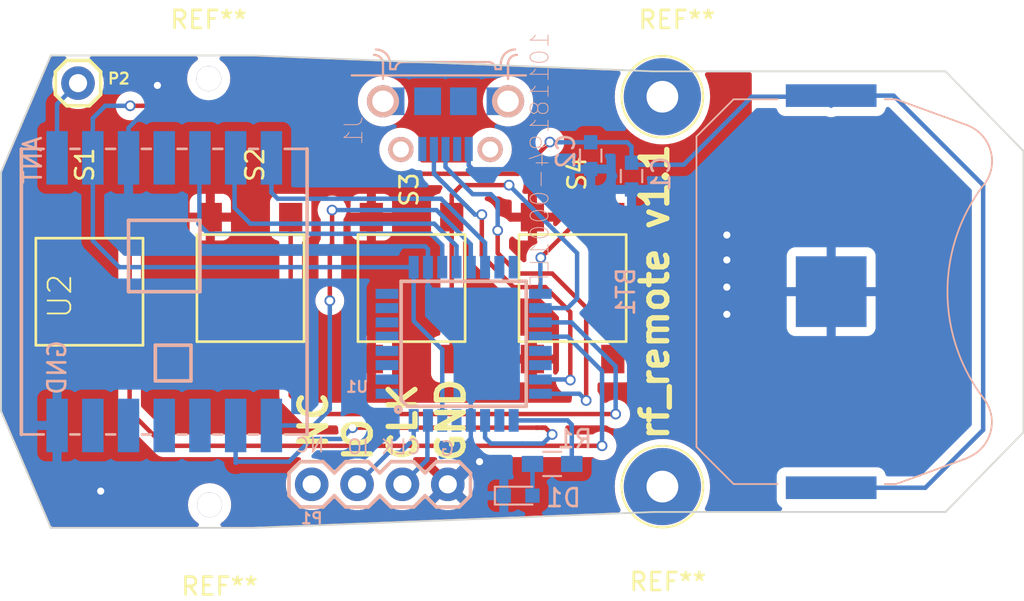
<source format=kicad_pcb>
(kicad_pcb (version 20221018) (generator pcbnew)
  (layers (0 "F.Cu" signal) (31 "B.Cu" signal) (34 "B.Paste" user) (35 "F.Paste" user) (36 "B.SilkS" user "B.Silkscreen") (37 "F.SilkS" user "F.Silkscreen") (38 "B.Mask" user) (39 "F.Mask" user) (44 "Edge.Cuts" user))
  (net 0 "")
  (net 1 "GND")
  (net 2 "+3V3")
  (net 3 "Net-(D1-Pad2)")
  (net 4 "ANTENNA")
  (net 5 "SIMPLE_LED")
  (net 6 "SW1")
  (net 7 "SW2")
  (net 8 "SW3")
  (net 9 "SW4")
  (net 10 "Net-(U1-Pad6)")
  (net 11 "Net-(U1-Pad8)")
  (net 12 "RADIO_MOSI")
  (net 13 "RADIO_SCK")
  (net 14 "RADIO_MISO")
  (net 15 "RADIO_NSS")
  (net 16 "Net-(U1-Pad26)")
  (net 17 "RADIO_DIO0")
  (net 18 "Net-(U1-Pad29)")
  (net 19 "ARM_SWCLK")
  (net 20 "ARM_SWDIO")
  (net 21 "Net-(U2-Pad4)")
  (net 22 "Net-(U2-Pad10)")
  (net 23 "Net-(U2-Pad11)")
  (net 24 "Net-(U2-Pad12)")
  (net 25 "Net-(U2-Pad13)")
  (net 26 "Net-(U1-Pad2)")
  (net 27 "Net-(U1-Pad4)")
  (net 28 "Net-(U1-Pad1)")
  (net 29 "Net-(U1-Pad3)")
  (net 30 "Net-(U1-Pad5)")
  (net 31 "Net-(U1-Pad7)")
  (net 32 "Net-(J1-Pad1)")
  (net 33 "USB_D-")
  (net 34 "USB_D+")
  (net 35 "Net-(J1-Pad4)")
  (net 36 "Net-(P1-Pad1)")
  (net 37 "Net-(U1-Pad15)")
  (net 38 "Net-(U1-Pad16)")
  (net 39 "Net-(U1-Pad21)")
  (net 40 "Net-(U1-Pad22)")
  (footprint "SF_Connectors:1X01" (layer "F.Cu") (at 80.518 64.516)
    (fp_text reference "P2" (at 2.286 -0.254) (layer "F.SilkS") (effects (font (size 0.6096 0.6096) (thickness 0.127))))
    (fp_text value "CONN_01X01" hide)
    (fp_line (start -1.27 -0.635) (end -1.27 0.635) (stroke (width 0.2032)) (layer "F.SilkS"))
    (fp_line (start -1.27 0.635) (end -0.635 1.27) (stroke (width 0.2032)) (layer "F.SilkS"))
    (fp_line (start -0.635 -1.27) (end -1.27 -0.635) (stroke (width 0.2032)) (layer "F.SilkS"))
    (fp_line (start -0.635 1.27) (end 0.635 1.27) (stroke (width 0.2032)) (layer "F.SilkS"))
    (fp_line (start 0.635 -1.27) (end -0.635 -1.27) (stroke (width 0.2032)) (layer "F.SilkS"))
    (fp_line (start 0.635 1.27) (end 1.27 0.635) (stroke (width 0.2032)) (layer "F.SilkS"))
    (fp_line (start 1.27 -0.635) (end 0.635 -1.27) (stroke (width 0.2032)) (layer "F.SilkS"))
    (fp_line (start 1.27 0.635) (end 1.27 -0.635) (stroke (width 0.2032)) (layer "F.SilkS"))
    (pad "1" thru_hole circle (at 0 0) (size 1.8796 1.8796) (drill 1.016) (layers "*.Cu" "*.Mask") (net 4 "ANTENNA"))
  )
  (footprint "Connectors:1pin" (layer "F.Cu") (at 113.2332 87.122)
    (fp_text reference "REF**" (at 0.3048 5.334) (layer "F.SilkS"))
    (fp_text value "1pin")
    (fp_circle (center 0 0) (end 0 -2.286) (stroke (width 0.12)) (fill none) (layer "F.SilkS"))
    (pad "1" thru_hole circle (at 0 0) (size 4.318 4.318) (drill 1.778) (layers "*.Cu" "*.Mask"))
  )
  (footprint "Connectors:1pin" (layer "F.Cu") (at 113.2332 65.278)
    (fp_text reference "REF**" (at 0.8128 -4.318) (layer "F.SilkS"))
    (fp_text value "1pin")
    (fp_circle (center 0 0) (end 0 -2.286) (stroke (width 0.12)) (fill none) (layer "F.SilkS"))
    (pad "1" thru_hole circle (at 0 0) (size 4.318 4.318) (drill 1.778) (layers "*.Cu" "*.Mask"))
  )
  (footprint "homebrew:1pin" (layer "F.Cu") (at 87.884 88.138)
    (fp_text reference "REF**" (at 0.5588 4.572) (layer "F.SilkS"))
    (fp_text value "1pin")
    (pad "1" thru_hole circle (at 0 0) (size 1.397 1.397) (drill 1.397) (layers "*.Cu" "*.Mask"))
  )
  (footprint "homebrew:1pin" (layer "F.Cu") (at 87.8332 64.008)
    (fp_text reference "REF**" (at 0 -3.048) (layer "F.SilkS"))
    (fp_text value "1pin")
    (pad "1" thru_hole circle (at 0 0.254) (size 1.397 1.397) (drill 1.397) (layers "*.Cu" "*.Mask"))
  )
  (footprint "homebrew_button:6x6x4.3mm button" (layer "F.Cu") (at 81.156 76.203 90)
    (fp_text reference "S1" (at 7.115 -0.257 90) (layer "F.SilkS"))
    (fp_text value "MOMENTARY-SWITCH-6x6x4.5mm" hide)
    (fp_line (start -3 -3) (end -3 3) (stroke (width 0.15)) (layer "F.SilkS"))
    (fp_line (start -3 3) (end 3 3) (stroke (width 0.15)) (layer "F.SilkS"))
    (fp_line (start 3 -3) (end -3 -3) (stroke (width 0.15)) (layer "F.SilkS"))
    (fp_line (start 3 3) (end 3 -3) (stroke (width 0.15)) (layer "F.SilkS"))
    (pad "1" smd rect (at -3.975 -2.25 90) (size 1.6 1.3) (layers "F.Cu" "F.Paste" "F.Mask") (net 1 "GND"))
    (pad "2" smd rect (at 3.975 -2.25 90) (size 1.6 1.3) (layers "F.Cu" "F.Paste" "F.Mask") (net 1 "GND"))
    (pad "3" smd rect (at -3.975 2.25 90) (size 1.6 1.3) (layers "F.Cu" "F.Paste" "F.Mask") (net 6 "SW1"))
    (pad "4" smd rect (at 3.975 2.25 90) (size 1.6 1.3) (layers "F.Cu" "F.Paste" "F.Mask") (net 6 "SW1"))
  )
  (footprint "homebrew_button:6x6x4.3mm button" (layer "F.Cu") (at 90.173 76 90)
    (fp_text reference "S2" (at 6.912 0.251 90) (layer "F.SilkS"))
    (fp_text value "MOMENTARY-SWITCH-6x6x4.5mm" hide)
    (fp_line (start -3 -3) (end -3 3) (stroke (width 0.15)) (layer "F.SilkS"))
    (fp_line (start -3 3) (end 3 3) (stroke (width 0.15)) (layer "F.SilkS"))
    (fp_line (start 3 -3) (end -3 -3) (stroke (width 0.15)) (layer "F.SilkS"))
    (fp_line (start 3 3) (end 3 -3) (stroke (width 0.15)) (layer "F.SilkS"))
    (pad "1" smd rect (at -3.975 -2.25 90) (size 1.6 1.3) (layers "F.Cu" "F.Paste" "F.Mask") (net 1 "GND"))
    (pad "2" smd rect (at 3.975 -2.25 90) (size 1.6 1.3) (layers "F.Cu" "F.Paste" "F.Mask") (net 1 "GND"))
    (pad "3" smd rect (at -3.975 2.25 90) (size 1.6 1.3) (layers "F.Cu" "F.Paste" "F.Mask") (net 7 "SW2"))
    (pad "4" smd rect (at 3.975 2.25 90) (size 1.6 1.3) (layers "F.Cu" "F.Paste" "F.Mask") (net 7 "SW2"))
  )
  (footprint "homebrew_button:6x6x4.3mm button" (layer "F.Cu") (at 99.19 76 90)
    (fp_text reference "S3" (at 5.515 -0.13 90) (layer "F.SilkS"))
    (fp_text value "MOMENTARY-SWITCH-6x6x4.5mm" hide)
    (fp_line (start -3 -3) (end -3 3) (stroke (width 0.15)) (layer "F.SilkS"))
    (fp_line (start -3 3) (end 3 3) (stroke (width 0.15)) (layer "F.SilkS"))
    (fp_line (start 3 -3) (end -3 -3) (stroke (width 0.15)) (layer "F.SilkS"))
    (fp_line (start 3 3) (end 3 -3) (stroke (width 0.15)) (layer "F.SilkS"))
    (pad "1" smd rect (at -3.975 -2.25 90) (size 1.6 1.3) (layers "F.Cu" "F.Paste" "F.Mask") (net 1 "GND"))
    (pad "2" smd rect (at 3.975 -2.25 90) (size 1.6 1.3) (layers "F.Cu" "F.Paste" "F.Mask") (net 1 "GND"))
    (pad "3" smd rect (at -3.975 2.25 90) (size 1.6 1.3) (layers "F.Cu" "F.Paste" "F.Mask") (net 8 "SW3"))
    (pad "4" smd rect (at 3.975 2.25 90) (size 1.6 1.3) (layers "F.Cu" "F.Paste" "F.Mask") (net 8 "SW3"))
  )
  (footprint "homebrew_button:6x6x4.3mm button" (layer "F.Cu") (at 108.207 76 90)
    (fp_text reference "S4" (at 6.404 0.251 90) (layer "F.SilkS"))
    (fp_text value "MOMENTARY-SWITCH-6x6x4.5mm" hide)
    (fp_line (start -3 -3) (end -3 3) (stroke (width 0.15)) (layer "F.SilkS"))
    (fp_line (start -3 3) (end 3 3) (stroke (width 0.15)) (layer "F.SilkS"))
    (fp_line (start 3 -3) (end -3 -3) (stroke (width 0.15)) (layer "F.SilkS"))
    (fp_line (start 3 3) (end 3 -3) (stroke (width 0.15)) (layer "F.SilkS"))
    (pad "1" smd rect (at -3.975 -2.25 90) (size 1.6 1.3) (layers "F.Cu" "F.Paste" "F.Mask") (net 1 "GND"))
    (pad "2" smd rect (at 3.975 -2.25 90) (size 1.6 1.3) (layers "F.Cu" "F.Paste" "F.Mask") (net 1 "GND"))
    (pad "3" smd rect (at -3.975 2.25 90) (size 1.6 1.3) (layers "F.Cu" "F.Paste" "F.Mask") (net 9 "SW4"))
    (pad "4" smd rect (at 3.975 2.25 90) (size 1.6 1.3) (layers "F.Cu" "F.Paste" "F.Mask") (net 9 "SW4"))
  )
  (footprint "Battery_Holders:Keystone_3034_1x20mm-CoinCell" (layer "B.Cu") (at 122.682 76.2 -90)
    (fp_text reference "BT1" (at 0 11.5 270) (layer "B.SilkS") (effects (justify mirror)))
    (fp_text value "3V battery" hide)
    (fp_line (start -10.78 -3.63) (end -9.34 -7.58) (stroke (width 0.1)) (layer "B.SilkS"))
    (fp_line (start -10.78 -3) (end -10.78 -3.63) (stroke (width 0.1)) (layer "B.SilkS"))
    (fp_line (start -10.78 5.46) (end -10.78 3) (stroke (width 0.1)) (layer "B.SilkS"))
    (fp_line (start -8.7 7.54) (end -10.78 5.46) (stroke (width 0.1)) (layer "B.SilkS"))
    (fp_line (start 8.7 7.54) (end -8.7 7.54) (stroke (width 0.1)) (layer "B.SilkS"))
    (fp_line (start 8.7 7.54) (end 10.78 5.46) (stroke (width 0.1)) (layer "B.SilkS"))
    (fp_line (start 10.78 -3.63) (end 9.34 -7.58) (stroke (width 0.1)) (layer "B.SilkS"))
    (fp_line (start 10.78 -3) (end 10.78 -3.63) (stroke (width 0.1)) (layer "B.SilkS"))
    (fp_line (start 10.78 5.46) (end 10.78 3) (stroke (width 0.1)) (layer "B.SilkS"))
    (fp_arc (start -9.34 -7.58) (mid -7.921654 -8.918739) (end -6.003354 -8.56653) (stroke (width 0.1)) (layer "B.SilkS"))
    (fp_arc (start 6 -8.55) (mid -0.002901 -6.511341) (end -6.0046 -8.553536) (stroke (width 0.1)) (layer "B.SilkS"))
    (fp_arc (start 6 -8.55) (mid 7.90634 -8.911669) (end 9.325243 -7.588169) (stroke (width 0.1)) (layer "B.SilkS"))
    (pad "1" smd rect (at -10.985 0 270) (size 1.27 5.08) (layers "B.Cu" "B.Paste" "B.Mask") (net 2 "+3V3"))
    (pad "1" smd rect (at 10.985 0 270) (size 1.27 5.08) (layers "B.Cu" "B.Paste" "B.Mask") (net 2 "+3V3"))
    (pad "2" smd rect (at 0 0 270) (size 3.96 3.96) (layers "B.Cu" "B.Paste" "B.Mask") (net 1 "GND"))
  )
  (footprint "LEDs:LED_0603" (layer "B.Cu") (at 105.156 87.63)
    (fp_text reference "D1" (at 2.54 0.127) (layer "B.SilkS") (effects (justify mirror)))
    (fp_text value "LED")
    (fp_line (start -1.3 -0.5) (end 0.8 -0.5) (stroke (width 0.12)) (layer "B.SilkS"))
    (fp_line (start -1.3 0.5) (end -1.3 -0.5) (stroke (width 0.12)) (layer "B.SilkS"))
    (fp_line (start -1.3 0.5) (end 0.8 0.5) (stroke (width 0.12)) (layer "B.SilkS"))
    (pad "1" smd rect (at -0.8 0 180) (size 0.8 0.8) (layers "B.Cu" "B.Paste" "B.Mask") (net 1 "GND"))
    (pad "2" smd rect (at 0.8 0 180) (size 0.8 0.8) (layers "B.Cu" "B.Paste" "B.Mask") (net 3 "Net-(D1-Pad2)"))
  )
  (footprint "SF_Connectors:1X04" (layer "B.Cu") (at 93.599 86.995)
    (fp_text reference "P1" (at 0 1.905) (layer "B.SilkS") (effects (font (size 0.6096 0.6096) (thickness 0.127)) (justify mirror)))
    (fp_text value "CONN_01X04" hide)
    (fp_line (start -1.27 -0.635) (end -0.635 -1.27) (stroke (width 0.2032)) (layer "B.SilkS"))
    (fp_line (start -1.27 0.635) (end -1.27 -0.635) (stroke (width 0.2032)) (layer "B.SilkS"))
    (fp_line (start -0.635 1.27) (end -1.27 0.635) (stroke (width 0.2032)) (layer "B.SilkS"))
    (fp_line (start -0.635 1.27) (end 0.635 1.27) (stroke (width 0.2032)) (layer "B.SilkS"))
    (fp_line (start 0.635 -1.27) (end -0.635 -1.27) (stroke (width 0.2032)) (layer "B.SilkS"))
    (fp_line (start 0.635 1.27) (end 1.27 0.635) (stroke (width 0.2032)) (layer "B.SilkS"))
    (fp_line (start 1.27 -0.635) (end 0.635 -1.27) (stroke (width 0.2032)) (layer "B.SilkS"))
    (fp_line (start 1.27 0.635) (end 1.905 1.27) (stroke (width 0.2032)) (layer "B.SilkS"))
    (fp_line (start 1.905 -1.27) (end 1.27 -0.635) (stroke (width 0.2032)) (layer "B.SilkS"))
    (fp_line (start 1.905 1.27) (end 3.175 1.27) (stroke (width 0.2032)) (layer "B.SilkS"))
    (fp_line (start 3.175 -1.27) (end 1.905 -1.27) (stroke (width 0.2032)) (layer "B.SilkS"))
    (fp_line (start 3.175 1.27) (end 3.81 0.635) (stroke (width 0.2032)) (layer "B.SilkS"))
    (fp_line (start 3.81 -0.635) (end 3.175 -1.27) (stroke (width 0.2032)) (layer "B.SilkS"))
    (fp_line (start 3.81 0.635) (end 4.445 1.27) (stroke (width 0.2032)) (layer "B.SilkS"))
    (fp_line (start 4.445 -1.27) (end 3.81 -0.635) (stroke (width 0.2032)) (layer "B.SilkS"))
    (fp_line (start 4.445 1.27) (end 5.715 1.27) (stroke (width 0.2032)) (layer "B.SilkS"))
    (fp_line (start 5.715 -1.27) (end 4.445 -1.27) (stroke (width 0.2032)) (layer "B.SilkS"))
    (fp_line (start 5.715 1.27) (end 6.35 0.635) (stroke (width 0.2032)) (layer "B.SilkS"))
    (fp_line (start 6.35 -0.635) (end 5.715 -1.27) (stroke (width 0.2032)) (layer "B.SilkS"))
    (fp_line (start 6.35 -0.635) (end 6.985 -1.27) (stroke (width 0.2032)) (layer "B.SilkS"))
    (fp_line (start 6.985 1.27) (end 6.35 0.635) (stroke (width 0.2032)) (layer "B.SilkS"))
    (fp_line (start 6.985 1.27) (end 8.255 1.27) (stroke (width 0.2032)) (layer "B.SilkS"))
    (fp_line (start 8.255 -1.27) (end 6.985 -1.27) (stroke (width 0.2032)) (layer "B.SilkS"))
    (fp_line (start 8.255 1.27) (end 8.89 0.635) (stroke (width 0.2032)) (layer "B.SilkS"))
    (fp_line (start 8.89 -0.635) (end 8.255 -1.27) (stroke (width 0.2032)) (layer "B.SilkS"))
    (fp_line (start 8.89 0.635) (end 8.89 -0.635) (stroke (width 0.2032)) (layer "B.SilkS"))
    (pad "1" thru_hole circle (at 0 0) (size 1.8796 1.8796) (drill 1.016) (layers "*.Cu" "*.Mask") (net 36 "Net-(P1-Pad1)"))
    (pad "2" thru_hole circle (at 2.54 0) (size 1.8796 1.8796) (drill 1.016) (layers "*.Cu" "*.Mask") (net 20 "ARM_SWDIO"))
    (pad "3" thru_hole circle (at 5.08 0) (size 1.8796 1.8796) (drill 1.016) (layers "*.Cu" "*.Mask") (net 19 "ARM_SWCLK"))
    (pad "4" thru_hole circle (at 7.62 0) (size 1.8796 1.8796) (drill 1.016) (layers "*.Cu" "*.Mask") (net 1 "GND"))
  )
  (footprint "Resistors_SMD:R_0603_HandSoldering" (layer "B.Cu") (at 107.061 85.852)
    (fp_text reference "R1" (at 1.27 -1.397) (layer "B.SilkS") (effects (justify mirror)))
    (fp_text value "1k")
    (fp_line (start -0.5 0.68) (end 0.5 0.68) (stroke (width 0.12)) (layer "B.SilkS"))
    (fp_line (start 0.5 -0.68) (end -0.5 -0.68) (stroke (width 0.12)) (layer "B.SilkS"))
    (pad "1" smd rect (at -1.1 0) (size 1.2 0.9) (layers "B.Cu" "B.Paste" "B.Mask") (net 3 "Net-(D1-Pad2)"))
    (pad "2" smd rect (at 1.1 0) (size 1.2 0.9) (layers "B.Cu" "B.Paste" "B.Mask") (net 5 "SIMPLE_LED"))
  )
  (footprint "SF_Silicon-Standard:TQFP32-08" (layer "B.Cu") (at 102.108 79.121)
    (fp_text reference "U1" (at -5.969 2.413) (layer "B.SilkS") (effects (font (size 0.6096 0.6096) (thickness 0.127)) (justify mirror)))
    (fp_text value "SAMD21E18" hide)
    (fp_line (start -3.50266 -3.50266) (end -3.50266 3.1496) (stroke (width 0.2032)) (layer "B.SilkS"))
    (fp_line (start -3.1496 3.50266) (end -3.50266 3.1496) (stroke (width 0.2032)) (layer "B.SilkS"))
    (fp_line (start -3.1496 3.50266) (end 3.50266 3.50266) (stroke (width 0.2032)) (layer "B.SilkS"))
    (fp_line (start 3.50266 -3.50266) (end -3.50266 -3.50266) (stroke (width 0.2032)) (layer "B.SilkS"))
    (fp_line (start 3.50266 3.50266) (end 3.50266 -3.50266) (stroke (width 0.2032)) (layer "B.SilkS"))
    (fp_circle (center -3.6576 3.683) (end -3.6576 3.8354) (stroke (width 0.2032)) (fill none) (layer "B.SilkS"))
    (pad "1" smd rect (at -4.2926 2.79908) (size 1.27 0.5588) (layers "B.Cu" "B.Paste" "B.Mask") (net 28 "Net-(U1-Pad1)"))
    (pad "2" smd rect (at -4.2926 1.99898) (size 1.27 0.5588) (layers "B.Cu" "B.Paste" "B.Mask") (net 26 "Net-(U1-Pad2)"))
    (pad "3" smd rect (at -4.2926 1.19888) (size 1.27 0.5588) (layers "B.Cu" "B.Paste" "B.Mask") (net 29 "Net-(U1-Pad3)"))
    (pad "4" smd rect (at -4.2926 0.39878) (size 1.27 0.5588) (layers "B.Cu" "B.Paste" "B.Mask") (net 27 "Net-(U1-Pad4)"))
    (pad "5" smd rect (at -4.2926 -0.39878) (size 1.27 0.5588) (layers "B.Cu" "B.Paste" "B.Mask") (net 30 "Net-(U1-Pad5)"))
    (pad "6" smd rect (at -4.2926 -1.19888) (size 1.27 0.5588) (layers "B.Cu" "B.Paste" "B.Mask") (net 10 "Net-(U1-Pad6)"))
    (pad "7" smd rect (at -4.2926 -1.99898) (size 1.27 0.5588) (layers "B.Cu" "B.Paste" "B.Mask") (net 31 "Net-(U1-Pad7)"))
    (pad "8" smd rect (at -4.2926 -2.79908) (size 1.27 0.5588) (layers "B.Cu" "B.Paste" "B.Mask") (net 11 "Net-(U1-Pad8)"))
    (pad "9" smd rect (at -2.79908 -4.2926) (size 0.5588 1.27) (layers "B.Cu" "B.Paste" "B.Mask") (net 2 "+3V3"))
    (pad "10" smd rect (at -1.99898 -4.2926) (size 0.5588 1.27) (layers "B.Cu" "B.Paste" "B.Mask") (net 1 "GND"))
    (pad "11" smd rect (at -1.19888 -4.2926) (size 0.5588 1.27) (layers "B.Cu" "B.Paste" "B.Mask") (net 12 "RADIO_MOSI"))
    (pad "12" smd rect (at -0.39878 -4.2926) (size 0.5588 1.27) (layers "B.Cu" "B.Paste" "B.Mask") (net 13 "RADIO_SCK"))
    (pad "13" smd rect (at 0.39878 -4.2926) (size 0.5588 1.27) (layers "B.Cu" "B.Paste" "B.Mask") (net 14 "RADIO_MISO"))
    (pad "14" smd rect (at 1.19888 -4.2926) (size 0.5588 1.27) (layers "B.Cu" "B.Paste" "B.Mask") (net 15 "RADIO_NSS"))
    (pad "15" smd rect (at 1.99898 -4.2926) (size 0.5588 1.27) (layers "B.Cu" "B.Paste" "B.Mask") (net 37 "Net-(U1-Pad15)"))
    (pad "16" smd rect (at 2.79908 -4.2926) (size 0.5588 1.27) (layers "B.Cu" "B.Paste" "B.Mask") (net 38 "Net-(U1-Pad16)"))
    (pad "17" smd rect (at 4.2926 -2.79908) (size 1.27 0.5588) (layers "B.Cu" "B.Paste" "B.Mask") (net 9 "SW4"))
    (pad "18" smd rect (at 4.2926 -1.99898) (size 1.27 0.5588) (layers "B.Cu" "B.Paste" "B.Mask") (net 8 "SW3"))
    (pad "19" smd rect (at 4.2926 -1.19888) (size 1.27 0.5588) (layers "B.Cu" "B.Paste" "B.Mask") (net 7 "SW2"))
    (pad "20" smd rect (at 4.2926 -0.39878) (size 1.27 0.5588) (layers "B.Cu" "B.Paste" "B.Mask") (net 6 "SW1"))
    (pad "21" smd rect (at 4.2926 0.39878) (size 1.27 0.5588) (layers "B.Cu" "B.Paste" "B.Mask") (net 39 "Net-(U1-Pad21)"))
    (pad "22" smd rect (at 4.2926 1.19888) (size 1.27 0.5588) (layers "B.Cu" "B.Paste" "B.Mask") (net 40 "Net-(U1-Pad22)"))
    (pad "23" smd rect (at 4.2926 1.99898) (size 1.27 0.5588) (layers "B.Cu" "B.Paste" "B.Mask") (net 33 "USB_D-"))
    (pad "24" smd rect (at 4.2926 2.79908) (size 1.27 0.5588) (layers "B.Cu" "B.Paste" "B.Mask") (net 34 "USB_D+"))
    (pad "25" smd rect (at 2.79908 4.2926) (size 0.5588 1.27) (layers "B.Cu" "B.Paste" "B.Mask") (net 5 "SIMPLE_LED"))
    (pad "26" smd rect (at 1.99898 4.2926) (size 0.5588 1.27) (layers "B.Cu" "B.Paste" "B.Mask") (net 16 "Net-(U1-Pad26)"))
    (pad "27" smd rect (at 1.19888 4.2926) (size 0.5588 1.27) (layers "B.Cu" "B.Paste" "B.Mask") (net 17 "RADIO_DIO0"))
    (pad "28" smd rect (at 0.39878 4.2926) (size 0.5588 1.27) (layers "B.Cu" "B.Paste" "B.Mask") (net 1 "GND"))
    (pad "29" smd rect (at -0.39878 4.2926) (size 0.5588 1.27) (layers "B.Cu" "B.Paste" "B.Mask") (net 18 "Net-(U1-Pad29)"))
    (pad "30" smd rect (at -1.19888 4.2926) (size 0.5588 1.27) (layers "B.Cu" "B.Paste" "B.Mask") (net 2 "+3V3"))
    (pad "31" smd rect (at -1.99898 4.2926) (size 0.5588 1.27) (layers "B.Cu" "B.Paste" "B.Mask") (net 19 "ARM_SWCLK"))
    (pad "32" smd rect (at -2.79908 4.2926) (size 0.5588 1.27) (layers "B.Cu" "B.Paste" "B.Mask") (net 20 "ARM_SWDIO"))
  )
  (footprint "homebrew:RFM69CW-XXXS2_" (layer "B.Cu") (at 85.344 76.2 -90)
    (fp_text reference "U2" (at 0.254 5.842 270) (layer "F.SilkS") (effects (font (size 1.27 1.27) (thickness 0.1016))))
    (fp_text value "RFM69CW-915MHZ" hide)
    (fp_text user "GND" (at 4.25 6 270) (layer "B.SilkS") (effects (justify mirror)))
    (fp_text user "ANT" (at -7.366 7.366 270) (layer "B.SilkS") (effects (justify mirror)))
    (fp_line (start -8 -8) (end -8 -6.75) (stroke (width 0.15)) (layer "B.SilkS"))
    (fp_line (start -8 -5.25) (end -8 -4.75) (stroke (width 0.15)) (layer "B.SilkS"))
    (fp_line (start -8 -3.25) (end -8 -2.75) (stroke (width 0.15)) (layer "B.SilkS"))
    (fp_line (start -8 -1.25) (end -8 -0.75) (stroke (width 0.15)) (layer "B.SilkS"))
    (fp_line (start -8 0.75) (end -8 1.25) (stroke (width 0.15)) (layer "B.SilkS"))
    (fp_line (start -8 2.75) (end -8 3.25) (stroke (width 0.15)) (layer "B.SilkS"))
    (fp_line (start -8 4.75) (end -8 5.25) (stroke (width 0.15)) (layer "B.SilkS"))
    (fp_line (start -8 6.75) (end -8 8) (stroke (width 0.15)) (layer "B.SilkS"))
    (fp_line (start -7.99846 7.99846) (end 7.99846 7.99846) (stroke (width 0.2032)) (layer "B.SilkS"))
    (fp_line (start -3.99796 -1.99898) (end 0 -1.99898) (stroke (width 0.2032)) (layer "B.SilkS"))
    (fp_line (start -3.99796 1.99898) (end -3.99796 -1.99898) (stroke (width 0.2032)) (layer "B.SilkS"))
    (fp_line (start 0 -1.99898) (end 0 1.99898) (stroke (width 0.2032)) (layer "B.SilkS"))
    (fp_line (start 0 1.99898) (end -3.99796 1.99898) (stroke (width 0.2032)) (layer "B.SilkS"))
    (fp_line (start 2.99898 -1.49784) (end 2.99898 0.4986) (stroke (width 0.2032)) (layer "B.SilkS"))
    (fp_line (start 4.99796 -1.49784) (end 2.99898 -1.49784) (stroke (width 0.2032)) (layer "B.SilkS"))
    (fp_line (start 4.99796 -1.49784) (end 4.99796 0.4986) (stroke (width 0.2032)) (layer "B.SilkS"))
    (fp_line (start 4.99796 0.4986) (end 2.99898 0.4986) (stroke (width 0.2032)) (layer "B.SilkS"))
    (fp_line (start 7.99846 -7.99846) (end -7.99846 -7.99846) (stroke (width 0.2032)) (layer "B.SilkS"))
    (fp_line (start 8 -6.75) (end 8 -8) (stroke (width 0.15)) (layer "B.SilkS"))
    (fp_line (start 8 -4.75) (end 8 -5.25) (stroke (width 0.15)) (layer "B.SilkS"))
    (fp_line (start 8 -2.75) (end 8 -3.25) (stroke (width 0.15)) (layer "B.SilkS"))
    (fp_line (start 8 -0.75) (end 8 -1.25) (stroke (width 0.15)) (layer "B.SilkS"))
    (fp_line (start 8 1.25) (end 8 0.75) (stroke (width 0.15)) (layer "B.SilkS"))
    (fp_line (start 8 3.25) (end 8 2.75) (stroke (width 0.15)) (layer "B.SilkS"))
    (fp_line (start 8 5.25) (end 8 4.75) (stroke (width 0.15)) (layer "B.SilkS"))
    (fp_line (start 8 8) (end 8 6.75) (stroke (width 0.15)) (layer "B.SilkS"))
    (pad "1" smd rect (at -7.49808 5.99948 270) (size 2.99974 1.19888) (layers "B.Cu" "B.Paste" "B.Mask") (net 4 "ANTENNA"))
    (pad "2" smd rect (at -7.49808 3.99796 270) (size 2.99974 1.19888) (layers "B.Cu" "B.Paste" "B.Mask") (net 2 "+3V3"))
    (pad "3" smd rect (at -7.49808 1.99898 270) (size 2.99974 1.19888) (layers "B.Cu" "B.Paste" "B.Mask") (net 1 "GND"))
    (pad "4" smd rect (at -7.49808 0 270) (size 2.99974 1.19888) (layers "B.Cu" "B.Paste" "B.Mask") (net 21 "Net-(U2-Pad4)"))
    (pad "5" smd rect (at -7.49808 -1.99898 270) (size 2.99974 1.19888) (layers "B.Cu" "B.Paste" "B.Mask") (net 12 "RADIO_MOSI"))
    (pad "6" smd rect (at -7.49808 -3.99796 270) (size 2.99974 1.19888) (layers "B.Cu" "B.Paste" "B.Mask") (net 13 "RADIO_SCK"))
    (pad "7" smd rect (at -7.49808 -5.99948 270) (size 2.99974 1.19888) (layers "B.Cu" "B.Paste" "B.Mask") (net 15 "RADIO_NSS"))
    (pad "8" smd rect (at 7.49808 -5.99948 270) (size 2.99974 1.19888) (layers "B.Cu" "B.Paste" "B.Mask") (net 14 "RADIO_MISO"))
    (pad "9" smd rect (at 7.49808 -3.99796 270) (size 2.99974 1.19888) (layers "B.Cu" "B.Paste" "B.Mask") (net 17 "RADIO_DIO0"))
    (pad "10" smd rect (at 7.49808 -1.99898 270) (size 2.99974 1.19888) (layers "B.Cu" "B.Paste" "B.Mask") (net 22 "Net-(U2-Pad10)"))
    (pad "11" smd rect (at 7.49808 0 270) (size 2.99974 1.19888) (layers "B.Cu" "B.Paste" "B.Mask") (net 23 "Net-(U2-Pad11)"))
    (pad "12" smd rect (at 7.49808 1.99898 270) (size 2.99974 1.19888) (layers "B.Cu" "B.Paste" "B.Mask") (net 24 "Net-(U2-Pad12)"))
    (pad "13" smd rect (at 7.49808 3.99796 270) (size 2.99974 1.19888) (layers "B.Cu" "B.Paste" "B.Mask") (net 25 "Net-(U2-Pad13)"))
    (pad "14" smd rect (at 7.49808 5.99948 270) (size 2.99974 1.19888) (layers "B.Cu" "B.Paste" "B.Mask") (net 1 "GND"))
  )
  (footprint "Capacitors_SMD:C_0603" (layer "B.Cu") (at 111.506 69.723 -90)
    (fp_text reference "C1" (at -0.127 -1.651 270) (layer "B.SilkS") (effects (justify mirror)))
    (fp_text value "1.0UF-0603-16V-10%" hide)
    (fp_line (start -0.35 0.6) (end 0.35 0.6) (stroke (width 0.12)) (layer "B.SilkS"))
    (fp_line (start 0.35 -0.6) (end -0.35 -0.6) (stroke (width 0.12)) (layer "B.SilkS"))
    (pad "1" smd rect (at -0.75 0 270) (size 0.8 0.75) (layers "B.Cu" "B.Paste" "B.Mask") (net 2 "+3V3"))
    (pad "2" smd rect (at 0.75 0 270) (size 0.8 0.75) (layers "B.Cu" "B.Paste" "B.Mask") (net 1 "GND"))
  )
  (footprint "Capacitors_SMD:C_0603" (layer "B.Cu") (at 109.22 68.58 -90)
    (fp_text reference "C2" (at -0.254 1.397 270) (layer "B.SilkS") (effects (justify mirror)))
    (fp_text value "10UF-0603-6.3V-20%" hide)
    (fp_line (start -0.35 0.6) (end 0.35 0.6) (stroke (width 0.12)) (layer "B.SilkS"))
    (fp_line (start 0.35 -0.6) (end -0.35 -0.6) (stroke (width 0.12)) (layer "B.SilkS"))
    (pad "1" smd rect (at -0.75 0 270) (size 0.8 0.75) (layers "B.Cu" "B.Paste" "B.Mask") (net 2 "+3V3"))
    (pad "2" smd rect (at 0.75 0 270) (size 0.8 0.75) (layers "B.Cu" "B.Paste" "B.Mask") (net 1 "GND"))
  )
  (footprint "10118194-0001LF:FRAMATOME_10118194-0001LF" (layer "B.Cu") (at 101.092 65.532)
    (fp_text reference "J1" (at -5.1499 1.64476 270) (layer "B.SilkS") (effects (font (size 1.0029 1.0029) (thickness 0.05)) (justify mirror)))
    (fp_text value "10118194-0001LF" (at 5.27604 3.28186 270) (layer "B.SilkS") (effects (font (size 1.00209 1.00209) (thickness 0.05)) (justify mirror)))
    (fp_line (start -5.25 -1.45) (end 4.5 -1.45) (stroke (width 0.127)) (layer "B.SilkS"))
    (fp_line (start -3.5 -2.1) (end -3.5 -2.15) (stroke (width 0.127)) (layer "B.SilkS"))
    (fp_line (start -3.5 -1.25) (end -3.5 -2.1) (stroke (width 0.127)) (layer "B.SilkS"))
    (fp_line (start -3.1 -2.1) (end -3.1 -1.8) (stroke (width 0.127)) (layer "B.SilkS"))
    (fp_line (start -3.1 -1.8) (end -2.8 -1.8) (stroke (width 0.127)) (layer "B.SilkS"))
    (fp_line (start -2.4 -2.2) (end 2.3 -2.2) (stroke (width 0.127)) (layer "B.SilkS"))
    (fp_line (start 3.1 -2.1) (end 3.1 -1.8) (stroke (width 0.127)) (layer "B.SilkS"))
    (fp_line (start 3.1 -1.8) (end 2.8 -1.8) (stroke (width 0.127)) (layer "B.SilkS"))
    (fp_line (start 3.5 -2.1) (end 3.5 -2.15) (stroke (width 0.127)) (layer "B.SilkS"))
    (fp_line (start 3.5 -1.25) (end 3.5 -2.15) (stroke (width 0.127)) (layer "B.SilkS"))
    (fp_line (start 3.5 -1.25) (end 3.5 -2.1) (stroke (width 0.127)) (layer "B.SilkS"))
    (fp_arc (start -4 -2.6) (mid -3.646447 -2.453553) (end -3.5 -2.1) (stroke (width 0.127)) (layer "B.SilkS"))
    (fp_arc (start -3.9 -2.9) (mid -3.334315 -2.665685) (end -3.1 -2.1) (stroke (width 0.127)) (layer "B.SilkS"))
    (fp_arc (start -2.8 -1.8) (mid -2.682843 -2.082843) (end -2.4 -2.2) (stroke (width 0.127)) (layer "B.SilkS"))
    (fp_arc (start 2.4 -2.2) (mid 2.682843 -2.082843) (end 2.8 -1.8) (stroke (width 0.127)) (layer "B.SilkS"))
    (fp_arc (start 3.1 -2.1) (mid 3.334315 -2.665685) (end 3.9 -2.9) (stroke (width 0.127)) (layer "B.SilkS"))
    (fp_arc (start 3.5 -2.1) (mid 3.646447 -2.453553) (end 4 -2.6) (stroke (width 0.127)) (layer "B.SilkS"))
    (pad "1" smd rect (at -1.3 2.675 180) (size 0.45 1.35) (layers "B.Cu" "B.Paste" "B.Mask") (net 32 "Net-(J1-Pad1)"))
    (pad "2" smd rect (at -0.65 2.675 180) (size 0.45 1.35) (layers "B.Cu" "B.Paste" "B.Mask") (net 33 "USB_D-"))
    (pad "3" smd rect (at 0 2.675 180) (size 0.45 1.35) (layers "B.Cu" "B.Paste" "B.Mask") (net 34 "USB_D+"))
    (pad "4" smd rect (at 0.65 2.675 180) (size 0.45 1.35) (layers "B.Cu" "B.Paste" "B.Mask") (net 35 "Net-(J1-Pad4)"))
    (pad "5" smd rect (at 1.3 2.675 180) (size 0.45 1.35) (layers "B.Cu" "B.Paste" "B.Mask") (net 1 "GND"))
    (pad "P$6" thru_hole circle (at -2.5 2.7) (size 1.408 1.408) (drill 0.9) (layers "*.Cu" "*.Mask" "B.SilkS"))
    (pad "P$7" thru_hole circle (at 2.5 2.7) (size 1.408 1.408) (drill 0.9) (layers "*.Cu" "*.Mask" "B.SilkS"))
    (pad "P$8" thru_hole circle (at -3.5 0) (size 1.8 1.8) (drill 1.2) (layers "*.Cu" "*.Mask" "B.SilkS"))
    (pad "P$9" thru_hole circle (at 3.5 0) (size 1.8 1.8) (drill 1.2) (layers "*.Cu" "*.Mask" "B.SilkS"))
    (pad "P$10" smd rect (at -1 0) (size 1.5 1.55) (layers "B.Cu" "B.Paste" "B.Mask"))
    (pad "P$11" smd rect (at 1 0) (size 1.5 1.55) (layers "B.Cu" "B.Paste" "B.Mask"))
    (pad "P$12" smd rect (at -3.05 0) (size 1.5 1.55) (layers "B.Cu" "B.Paste" "B.Mask"))
    (pad "P$13" smd rect (at 3.05 0) (size 1.5 1.55) (layers "B.Cu" "B.Paste" "B.Mask"))
  )
  (gr_line (start 133.4516 68.326) (end 133.4516 76.2) (stroke (width 0.1)) (layer "Edge.Cuts"))
  (gr_line (start 129.0828 63.8556) (end 133.4516 68.326) (stroke (width 0.1)) (layer "Edge.Cuts"))
  (gr_line (start 112.7252 63.8556) (end 129.0828 63.8556) (stroke (width 0.1)) (layer "Edge.Cuts"))
  (gr_line (start 90.3224 62.9666) (end 112.7252 63.8556) (stroke (width 0.1)) (layer "Edge.Cuts"))
  (gr_line (start 78.994 62.9666) (end 90.3224 62.9666) (stroke (width 0.1)) (layer "Edge.Cuts"))
  (gr_line (start 76.2 69.5198) (end 78.994 62.9666) (stroke (width 0.1)) (layer "Edge.Cuts"))
  (gr_line (start 76.2 76.2) (end 76.2 69.5198) (stroke (width 0.1)) (layer "Edge.Cuts"))
  (gr_line (start 76.2 76.2) (end 76.2 82.8802) (stroke (width 0.1)) (layer "Edge.Cuts"))
  (gr_line (start 133.4516 84.074) (end 133.4516 76.2) (stroke (width 0.1)) (layer "Edge.Cuts"))
  (gr_line (start 112.7252 88.5444) (end 129.0828 88.5444) (stroke (width 0.1)) (layer "Edge.Cuts"))
  (gr_line (start 76.2 82.8802) (end 78.994 89.4334) (stroke (width 0.1)) (layer "Edge.Cuts"))
  (gr_line (start 90.3224 89.4334) (end 112.7252 88.5444) (stroke (width 0.1)) (layer "Edge.Cuts"))
  (gr_line (start 129.0828 88.5444) (end 133.4516 84.074) (stroke (width 0.1)) (layer "Edge.Cuts"))
  (gr_line (start 78.994 89.4334) (end 90.3224 89.4334) (stroke (width 0.1)) (layer "Edge.Cuts"))
  (gr_text "CLK" (at 98.6 84.9) (layer "B.SilkS") (effects (font (size 0.8 0.8) (thickness 0.1)) (justify mirror)))
  (gr_text "IO" (at 96.2 84.9) (layer "B.SilkS") (effects (font (size 0.8 0.8) (thickness 0.1)) (justify mirror)))
  (gr_text "NC" (at 93.5 84.8) (layer "B.SilkS") (effects (font (size 0.8 0.8) (thickness 0.1)) (justify mirror)))
  (gr_text "G" (at 101.2 85) (layer "B.SilkS") (effects (font (size 0.8 0.8) (thickness 0.1)) (justify mirror)))
  (gr_text "CLK" (at 98.7 83.5 90) (layer "F.SilkS") (effects (font (size 1.5 1.5) (thickness 0.3))))
  (gr_text "IO" (at 96.2 84.5 90) (layer "F.SilkS") (effects (font (size 1.5 1.5) (thickness 0.3))))
  (gr_text "NC" (at 93.7 83.4 90) (layer "F.SilkS") (effects (font (size 1.5 1.5) (thickness 0.3))))
  (gr_text "GND" (at 101.4 83.4 90) (layer "F.SilkS") (effects (font (size 1.5 1.5) (thickness 0.3))))
  (gr_text "rf_remote v1.1" (at 112.8 76.2 90) (layer "F.SilkS") (effects (font (size 1.5 1.5) (thickness 0.3))))
  (segment (start 116.84 73.025) (end 116.84 74.422) (width 0.25) (layer "F.Cu") (net 1))
  (segment (start 116.84 75.946) (end 116.84 77.47) (width 0.25) (layer "F.Cu") (net 1))
  (via (at 116.84 74.422) (size 0.6) (drill 0.4) (layers "F.Cu" "B.Cu") (net 1))
  (via (at 102.997 85.725) (size 0.6) (drill 0.4) (layers "F.Cu" "B.Cu") (net 1))
  (via (at 116.84 75.946) (size 0.6) (drill 0.4) (layers "F.Cu" "B.Cu") (net 1))
  (via (at 84.963 64.643) (size 0.6) (drill 0.4) (layers "F.Cu" "B.Cu") (net 1))
  (via (at 116.84 73.025) (size 0.6) (drill 0.4) (layers "F.Cu" "B.Cu") (net 1))
  (via (at 116.84 77.47) (size 0.6) (drill 0.4) (layers "F.Cu" "B.Cu") (net 1))
  (via (at 81.788 87.376) (size 0.6) (drill 0.4) (layers "F.Cu" "B.Cu") (net 1))
  (segment (start 111.506 71.628) (end 112.903 73.025) (width 0.25) (layer "B.Cu") (net 1))
  (segment (start 112.903 73.025) (end 116.84 73.025) (width 0.25) (layer "B.Cu") (net 1))
  (segment (start 116.84 74.422) (end 116.84 75.946) (width 0.25) (layer "B.Cu") (net 1))
  (segment (start 100.10902 73.82002) (end 99.949 73.66) (width 0.25) (layer "B.Cu") (net 1))
  (segment (start 99.949 73.66) (end 98.552 73.66) (width 0.25) (layer "B.Cu") (net 1))
  (segment (start 83.34502 67.02298) (end 84.201 66.167) (width 0.25) (layer "B.Cu") (net 1))
  (segment (start 84.201 66.167) (end 84.963 65.405) (width 0.25) (layer "B.Cu") (net 1))
  (segment (start 84.963 65.405) (end 84.963 64.643) (width 0.25) (layer "B.Cu") (net 1))
  (segment (start 79.34452 86.20252) (end 80.518 87.376) (width 0.25) (layer "B.Cu") (net 1))
  (segment (start 80.518 87.376) (end 81.788 87.376) (width 0.25) (layer "B.Cu") (net 1))
  (segment (start 100.10902 77.37602) (end 102.50678 79.77378) (width 0.25) (layer "B.Cu") (net 1))
  (segment (start 102.50678 79.77378) (end 102.50678 83.4136) (width 0.25) (layer "B.Cu") (net 1))
  (segment (start 102.997 85.725) (end 101.727 86.995) (width 0.25) (layer "B.Cu") (net 1))
  (segment (start 102.50678 85.23478) (end 102.997 85.725) (width 0.25) (layer "B.Cu") (net 1))
  (segment (start 102.392 69.118) (end 102.616 69.342) (width 0.25) (layer "B.Cu") (net 1))
  (segment (start 102.616 69.342) (end 104.648 69.342) (width 0.25) (layer "B.Cu") (net 1))
  (segment (start 104.66 69.33) (end 104.648 69.342) (width 0.25) (layer "B.Cu") (net 1))
  (segment (start 104.648 69.342) (end 104.775 69.342) (width 0.25) (layer "B.Cu") (net 1))
  (segment (start 83.34502 71.28002) (end 85.725 73.66) (width 0.25) (layer "B.Cu") (net 1))
  (segment (start 85.725 73.66) (end 98.552 73.66) (width 0.25) (layer "B.Cu") (net 1))
  (segment (start 98.552 73.66) (end 98.425 73.66) (width 0.25) (layer "B.Cu") (net 1))
  (segment (start 100.10902 74.8284) (end 100.10902 73.82002) (width 0.25) (layer "B.Cu") (net 1))
  (segment (start 100.711 86.868) (end 100.711 86.741) (width 0.25) (layer "B.Cu") (net 1))
  (segment (start 109.22 69.33) (end 104.66 69.33) (width 0.25) (layer "B.Cu") (net 1))
  (segment (start 83.34502 68.70192) (end 83.34502 67.02298) (width 0.25) (layer "B.Cu") (net 1))
  (segment (start 79.34452 83.69808) (end 79.34452 86.20252) (width 0.25) (layer "B.Cu") (net 1))
  (segment (start 101.219 86.995) (end 101.727 86.995) (width 0.25) (layer "B.Cu") (net 1))
  (segment (start 102.50678 83.4136) (end 102.50678 85.23478) (width 0.25) (layer "B.Cu") (net 1))
  (segment (start 100.10902 74.8284) (end 100.10902 77.37602) (width 0.25) (layer "B.Cu") (net 1))
  (segment (start 111.506 70.473) (end 111.506 71.628) (width 0.25) (layer "B.Cu") (net 1))
  (segment (start 102.392 68.207) (end 102.392 69.118) (width 0.25) (layer "B.Cu") (net 1))
  (segment (start 83.34502 68.70192) (end 83.34502 71.28002) (width 0.25) (layer "B.Cu") (net 1))
  (segment (start 106.934 67.818) (end 105.156 69.596) (width 0.25) (layer "F.Cu") (net 2))
  (segment (start 105.156 69.596) (end 94.869 69.596) (width 0.25) (layer "F.Cu") (net 2))
  (segment (start 94.869 69.596) (end 93.853 68.58) (width 0.25) (layer "F.Cu") (net 2))
  (segment (start 93.853 68.58) (end 93.853 67.183) (width 0.25) (layer "F.Cu") (net 2))
  (segment (start 93.853 67.183) (end 92.456 65.786) (width 0.25) (layer "F.Cu") (net 2))
  (segment (start 92.456 65.786) (end 83.439 65.786) (width 0.25) (layer "F.Cu") (net 2))
  (via (at 106.934 67.818) (size 0.6) (drill 0.4) (layers "F.Cu" "B.Cu") (net 2))
  (via (at 83.439 65.786) (size 0.6) (drill 0.4) (layers "F.Cu" "B.Cu") (net 2))
  (segment (start 126.175 65.215) (end 131.191 70.231) (width 0.25) (layer "B.Cu") (net 2))
  (segment (start 131.191 70.231) (end 131.191 83.947) (width 0.25) (layer "B.Cu") (net 2))
  (segment (start 131.191 83.947) (end 127.953 87.185) (width 0.25) (layer "B.Cu") (net 2))
  (segment (start 127.953 87.185) (end 122.682 87.185) (width 0.25) (layer "B.Cu") (net 2))
  (segment (start 111.506 68.973) (end 111.621 69.088) (width 0.25) (layer "B.Cu") (net 2))
  (segment (start 111.621 69.088) (end 112.014 69.088) (width 0.25) (layer "B.Cu") (net 2))
  (segment (start 114.427 69.088) (end 117.221 66.294) (width 0.25) (layer "B.Cu") (net 2))
  (segment (start 117.221 66.294) (end 118.237 65.278) (width 0.25) (layer "B.Cu") (net 2))
  (segment (start 118.237 65.278) (end 122.619 65.278) (width 0.25) (layer "B.Cu") (net 2))
  (segment (start 122.619 65.278) (end 122.682 65.215) (width 0.25) (layer "B.Cu") (net 2))
  (segment (start 111.506 68.072) (end 111.264 67.83) (width 0.25) (layer "B.Cu") (net 2))
  (segment (start 111.264 67.83) (end 109.22 67.83) (width 0.25) (layer "B.Cu") (net 2))
  (segment (start 100.90912 79.44612) (end 99.30892 77.84592) (width 0.25) (layer "B.Cu") (net 2))
  (segment (start 99.30892 77.84592) (end 99.30892 74.8284) (width 0.25) (layer "B.Cu") (net 2))
  (segment (start 82.8294 74.8284) (end 81.34604 73.34504) (width 0.25) (layer "B.Cu") (net 2))
  (segment (start 81.34604 73.34504) (end 81.34604 68.70192) (width 0.25) (layer "B.Cu") (net 2))
  (segment (start 106.946 67.83) (end 106.934 67.818) (width 0.25) (layer "B.Cu") (net 2))
  (segment (start 83.439 65.786) (end 82.55 65.786) (width 0.25) (layer "B.Cu") (net 2))
  (segment (start 82.55 65.786) (end 82.042 65.786) (width 0.25) (layer "B.Cu") (net 2))
  (segment (start 82.042 65.786) (end 81.34604 66.48196) (width 0.25) (layer "B.Cu") (net 2))
  (segment (start 81.34604 66.48196) (end 81.34604 68.70192) (width 0.25) (layer "B.Cu") (net 2))
  (segment (start 122.682 65.215) (end 126.175 65.215) (width 0.25) (layer "B.Cu") (net 2))
  (segment (start 100.90912 83.4136) (end 100.90912 79.44612) (width 0.25) (layer "B.Cu") (net 2))
  (segment (start 99.30892 74.8284) (end 82.8294 74.8284) (width 0.25) (layer "B.Cu") (net 2))
  (segment (start 111.506 68.973) (end 111.506 68.072) (width 0.25) (layer "B.Cu") (net 2))
  (segment (start 109.22 67.83) (end 106.946 67.83) (width 0.25) (layer "B.Cu") (net 2))
  (segment (start 112.014 69.088) (end 114.427 69.088) (width 0.25) (layer "B.Cu") (net 2))
  (segment (start 122.682 65.215) (end 122.682 65.786) (width 0.25) (layer "B.Cu") (net 2))
  (segment (start 105.961 87.625) (end 105.956 87.63) (width 0.25) (layer "B.Cu") (net 3))
  (segment (start 105.961 85.852) (end 105.961 87.625) (width 0.25) (layer "B.Cu") (net 3))
  (segment (start 79.34452 65.68948) (end 80.518 64.516) (width 0.25) (layer "B.Cu") (net 4))
  (segment (start 79.34452 68.70192) (end 79.34452 65.68948) (width 0.25) (layer "B.Cu") (net 4))
  (segment (start 107.9246 83.4136) (end 108.161 83.65) (width 0.25) (layer "B.Cu") (net 5))
  (segment (start 108.161 83.65) (end 108.161 85.852) (width 0.25) (layer "B.Cu") (net 5))
  (segment (start 104.90708 83.4136) (end 107.9246 83.4136) (width 0.25) (layer "B.Cu") (net 5))
  (segment (start 109.855 84.836) (end 85.344 84.836) (width 0.25) (layer "F.Cu") (net 6))
  (segment (start 85.344 84.836) (end 83.406 82.898) (width 0.25) (layer "F.Cu") (net 6))
  (segment (start 83.406 82.898) (end 83.406 80.178) (width 0.25) (layer "F.Cu") (net 6))
  (segment (start 83.406 80.178) (end 83.406 72.228) (width 0.25) (layer "F.Cu") (net 6))
  (via (at 109.855 84.836) (size 0.6) (drill 0.4) (layers "F.Cu" "B.Cu") (net 6))
  (segment (start 107.93222 78.72222) (end 109.855 80.645) (width 0.25) (layer "B.Cu") (net 6))
  (segment (start 109.855 80.645) (end 109.855 84.836) (width 0.25) (layer "B.Cu") (net 6))
  (segment (start 106.4006 78.72222) (end 107.93222 78.72222) (width 0.25) (layer "B.Cu") (net 6))
  (segment (start 110.617 83.058) (end 93.472 83.058) (width 0.25) (layer "F.Cu") (net 7))
  (segment (start 93.472 83.058) (end 92.423 82.009) (width 0.25) (layer "F.Cu") (net 7))
  (segment (start 92.423 82.009) (end 92.423 79.975) (width 0.25) (layer "F.Cu") (net 7))
  (segment (start 92.423 79.975) (end 92.423 72.025) (width 0.25) (layer "F.Cu") (net 7))
  (via (at 110.617 83.058) (size 0.6) (drill 0.4) (layers "F.Cu" "B.Cu") (net 7))
  (segment (start 108.14812 77.92212) (end 110.617 80.391) (width 0.25) (layer "B.Cu") (net 7))
  (segment (start 110.617 80.391) (end 110.617 83.058) (width 0.25) (layer "B.Cu") (net 7))
  (segment (start 106.4006 77.92212) (end 108.14812 77.92212) (width 0.25) (layer "B.Cu") (net 7))
  (segment (start 104.648 70.231) (end 101.981 70.231) (width 0.25) (layer "F.Cu") (net 8))
  (segment (start 101.981 70.231) (end 101.44 70.772) (width 0.25) (layer "F.Cu") (net 8))
  (segment (start 101.44 70.772) (end 101.44 72.025) (width 0.25) (layer "F.Cu") (net 8))
  (segment (start 101.44 79.975) (end 101.44 72.025) (width 0.25) (layer "F.Cu") (net 8))
  (via (at 104.648 70.231) (size 0.6) (drill 0.4) (layers "F.Cu" "B.Cu") (net 8))
  (segment (start 107.91698 77.12202) (end 108.458 76.581) (width 0.25) (layer "B.Cu") (net 8))
  (segment (start 108.458 76.581) (end 108.458 74.041) (width 0.25) (layer "B.Cu") (net 8))
  (segment (start 108.458 74.041) (end 104.648 70.231) (width 0.25) (layer "B.Cu") (net 8))
  (segment (start 106.4006 77.12202) (end 107.91698 77.12202) (width 0.25) (layer "B.Cu") (net 8))
  (segment (start 106.426 74.295) (end 108.696 72.025) (width 0.25) (layer "F.Cu") (net 9))
  (segment (start 108.696 72.025) (end 110.457 72.025) (width 0.25) (layer "F.Cu") (net 9))
  (segment (start 110.457 79.975) (end 110.457 72.025) (width 0.25) (layer "F.Cu") (net 9))
  (via (at 106.426 74.295) (size 0.6) (drill 0.4) (layers "F.Cu" "B.Cu") (net 9))
  (segment (start 106.4006 74.3204) (end 106.426 74.295) (width 0.25) (layer "B.Cu") (net 9))
  (segment (start 106.4006 76.32192) (end 106.4006 74.3204) (width 0.25) (layer "B.Cu") (net 9))
  (segment (start 100.90912 73.60412) (end 100.260998 72.955998) (width 0.25) (layer "B.Cu") (net 12))
  (segment (start 100.260998 72.955998) (end 87.814998 72.955998) (width 0.25) (layer "B.Cu") (net 12))
  (segment (start 87.814998 72.955998) (end 87.3125 72.4535) (width 0.25) (layer "B.Cu") (net 12))
  (segment (start 87.3125 72.4535) (end 87.249 72.39) (width 0.25) (layer "B.Cu") (net 12))
  (segment (start 87.3125 68.7324) (end 87.34298 68.70192) (width 0.25) (layer "B.Cu") (net 12))
  (segment (start 100.90912 74.8284) (end 100.90912 73.60412) (width 0.25) (layer "B.Cu") (net 12))
  (segment (start 87.3125 72.4535) (end 87.3125 68.7324) (width 0.25) (layer "B.Cu") (net 12))
  (segment (start 101.70922 73.64222) (end 100.457 72.39) (width 0.25) (layer "B.Cu") (net 13))
  (segment (start 100.457 72.39) (end 90.17 72.39) (width 0.25) (layer "B.Cu") (net 13))
  (segment (start 90.17 72.39) (end 89.281 71.501) (width 0.25) (layer "B.Cu") (net 13))
  (segment (start 89.281 68.76288) (end 89.34196 68.70192) (width 0.25) (layer "B.Cu") (net 13))
  (segment (start 89.281 68.76288) (end 89.281 71.501) (width 0.25) (layer "B.Cu") (net 13))
  (segment (start 101.70922 73.64222) (end 101.70922 74.8284) (width 0.25) (layer "B.Cu") (net 13))
  (segment (start 94.615 76.708) (end 94.615 73.66) (width 0.25) (layer "F.Cu") (net 14))
  (segment (start 94.615 73.66) (end 94.742 73.533) (width 0.25) (layer "F.Cu") (net 14))
  (segment (start 94.742 73.533) (end 94.742 71.628) (width 0.25) (layer "F.Cu") (net 14))
  (via (at 94.615 76.708) (size 0.6) (drill 0.4) (layers "F.Cu" "B.Cu") (net 14))
  (via (at 94.742 71.628) (size 0.6) (drill 0.4) (layers "F.Cu" "B.Cu") (net 14))
  (segment (start 102.50678 73.55078) (end 100.584 71.628) (width 0.25) (layer "B.Cu") (net 14))
  (segment (start 100.584 71.628) (end 94.742 71.628) (width 0.25) (layer "B.Cu") (net 14))
  (segment (start 93.72092 83.69808) (end 94.615 82.804) (width 0.25) (layer "B.Cu") (net 14))
  (segment (start 94.615 82.804) (end 94.615 76.708) (width 0.25) (layer "B.Cu") (net 14))
  (segment (start 102.50678 73.55078) (end 102.50678 74.8284) (width 0.25) (layer "B.Cu") (net 14))
  (segment (start 91.34348 83.69808) (end 93.72092 83.69808) (width 0.25) (layer "B.Cu") (net 14))
  (segment (start 103.30688 73.46188) (end 100.838 70.993) (width 0.25) (layer "B.Cu") (net 15))
  (segment (start 100.838 70.993) (end 91.694 70.993) (width 0.25) (layer "B.Cu") (net 15))
  (segment (start 91.694 70.993) (end 91.34348 70.64248) (width 0.25) (layer "B.Cu") (net 15))
  (segment (start 91.34348 70.64248) (end 91.34348 68.70192) (width 0.25) (layer "B.Cu") (net 15))
  (segment (start 103.30688 74.8284) (end 103.30688 73.46188) (width 0.25) (layer "B.Cu") (net 15))
  (segment (start 95.885 83.82) (end 106.172 83.82) (width 0.25) (layer "F.Cu") (net 17))
  (segment (start 107.061 84.201) (end 106.68 83.82) (width 0.25) (layer "F.Cu") (net 17))
  (segment (start 106.68 83.82) (end 106.553 83.82) (width 0.25) (layer "F.Cu") (net 17))
  (segment (start 106.553 83.82) (end 106.426 83.82) (width 0.25) (layer "F.Cu") (net 17))
  (segment (start 106.172 83.82) (end 106.299 83.82) (width 0.25) (layer "F.Cu") (net 17))
  (segment (start 106.553 83.82) (end 106.172 83.82) (width 0.25) (layer "F.Cu") (net 17))
  (via (at 107.061 84.201) (size 0.6) (drill 0.4) (layers "F.Cu" "B.Cu") (net 17))
  (via (at 95.885 83.82) (size 0.6) (drill 0.4) (layers "F.Cu" "B.Cu") (net 17))
  (segment (start 105.41 84.709) (end 103.632 84.709) (width 0.25) (layer "B.Cu") (net 17))
  (segment (start 103.632 84.709) (end 103.30688 84.38388) (width 0.25) (layer "B.Cu") (net 17))
  (segment (start 103.30688 83.4136) (end 103.30688 84.38388) (width 0.25) (layer "B.Cu") (net 17))
  (segment (start 89.34196 85.78596) (end 89.40292 85.725) (width 0.25) (layer "B.Cu") (net 17))
  (segment (start 89.40292 85.725) (end 92.329 85.725) (width 0.25) (layer "B.Cu") (net 17))
  (segment (start 92.329 85.725) (end 93.599 84.455) (width 0.25) (layer "B.Cu") (net 17))
  (segment (start 93.599 84.455) (end 95.25 84.455) (width 0.25) (layer "B.Cu") (net 17))
  (segment (start 95.25 84.455) (end 95.885 83.82) (width 0.25) (layer "B.Cu") (net 17))
  (segment (start 106.553 84.709) (end 107.061 84.201) (width 0.25) (layer "B.Cu") (net 17))
  (segment (start 89.34196 83.69808) (end 89.34196 85.78596) (width 0.25) (layer "B.Cu") (net 17))
  (segment (start 105.41 84.709) (end 106.553 84.709) (width 0.25) (layer "B.Cu") (net 17))
  (segment (start 100.076 85.598) (end 100.076 83.44662) (width 0.25) (layer "B.Cu") (net 19))
  (segment (start 100.076 83.44662) (end 100.10902 83.4136) (width 0.25) (layer "B.Cu") (net 19))
  (segment (start 98.679 86.995) (end 100.076 85.598) (width 0.25) (layer "B.Cu") (net 19))
  (segment (start 99.30892 84.46008) (end 98.552 85.217) (width 0.25) (layer "B.Cu") (net 20))
  (segment (start 98.552 85.217) (end 97.917 85.217) (width 0.25) (layer "B.Cu") (net 20))
  (segment (start 97.917 85.217) (end 96.139 86.995) (width 0.25) (layer "B.Cu") (net 20))
  (segment (start 99.30892 83.4136) (end 99.30892 84.46008) (width 0.25) (layer "B.Cu") (net 20))
  (segment (start 103.124 71.882) (end 103.124 74.168) (width 0.25) (layer "F.Cu") (net 33))
  (segment (start 103.124 74.168) (end 104.902 75.946) (width 0.25) (layer "F.Cu") (net 33))
  (segment (start 104.902 75.946) (end 106.68 75.946) (width 0.25) (layer "F.Cu") (net 33))
  (segment (start 106.68 75.946) (end 108.077 77.343) (width 0.25) (layer "F.Cu") (net 33))
  (segment (start 108.077 77.343) (end 108.077 81.153) (width 0.25) (layer "F.Cu") (net 33))
  (via (at 103.124 71.882) (size 0.6) (drill 0.4) (layers "F.Cu" "B.Cu") (net 33))
  (via (at 108.077 81.153) (size 0.6) (drill 0.4) (layers "F.Cu" "B.Cu") (net 33))
  (segment (start 100.442 69.581) (end 102.743 71.882) (width 0.25) (layer "B.Cu") (net 33))
  (segment (start 102.743 71.882) (end 103.124 71.882) (width 0.25) (layer "B.Cu") (net 33))
  (segment (start 108.077 81.153) (end 108.04398 81.11998) (width 0.25) (layer "B.Cu") (net 33))
  (segment (start 108.04398 81.11998) (end 106.4006 81.11998) (width 0.25) (layer "B.Cu") (net 33))
  (segment (start 100.442 68.207) (end 100.442 69.581) (width 0.25) (layer "B.Cu") (net 33))
  (segment (start 104.013 72.771) (end 104.013 74.041) (width 0.25) (layer "F.Cu") (net 34))
  (segment (start 104.013 74.041) (end 105.156 75.184) (width 0.25) (layer "F.Cu") (net 34))
  (segment (start 105.156 75.184) (end 107.061 75.184) (width 0.25) (layer "F.Cu") (net 34))
  (segment (start 107.061 75.184) (end 108.966 77.089) (width 0.25) (layer "F.Cu") (net 34))
  (segment (start 108.966 77.089) (end 108.966 82.296) (width 0.25) (layer "F.Cu") (net 34))
  (via (at 104.013 72.771) (size 0.6) (drill 0.4) (layers "F.Cu" "B.Cu") (net 34))
  (via (at 108.966 82.296) (size 0.6) (drill 0.4) (layers "F.Cu" "B.Cu") (net 34))
  (segment (start 101.092 69.215) (end 102.616 70.739) (width 0.25) (layer "B.Cu") (net 34))
  (segment (start 102.616 70.739) (end 103.632 70.739) (width 0.25) (layer "B.Cu") (net 34))
  (segment (start 103.632 70.739) (end 104.013 71.12) (width 0.25) (layer "B.Cu") (net 34))
  (segment (start 104.013 71.12) (end 104.013 72.771) (width 0.25) (layer "B.Cu") (net 34))
  (segment (start 108.966 82.296) (end 108.59008 81.92008) (width 0.25) (layer "B.Cu") (net 34))
  (segment (start 108.59008 81.92008) (end 106.4006 81.92008) (width 0.25) (layer "B.Cu") (net 34))
  (segment (start 101.092 68.207) (end 101.092 69.215) (width 0.25) (layer "B.Cu") (net 34))
  (zone (net 1) (net_name "GND") (layer "F.Cu") (connect_pads (clearance 0.508)) (min_thickness 0.254) (fill yes (thermal_gap 0.508) (thermal_bridge_width 0.508))
    (polygon (pts (xy 118.237 89.408) (xy 76.327 89.408) (xy 76.327 62.992) (xy 118.237 62.992)))
  )
  (zone (net 1) (net_name "GND") (layer "B.Cu") (connect_pads (clearance 0.508)) (min_thickness 0.254) (fill yes (thermal_gap 0.508) (thermal_bridge_width 0.508))
    (polygon (pts (xy 133.477 89.408) (xy 76.2 89.408) (xy 76.2 62.992) (xy 133.477 62.992)))
  )
)
</source>
